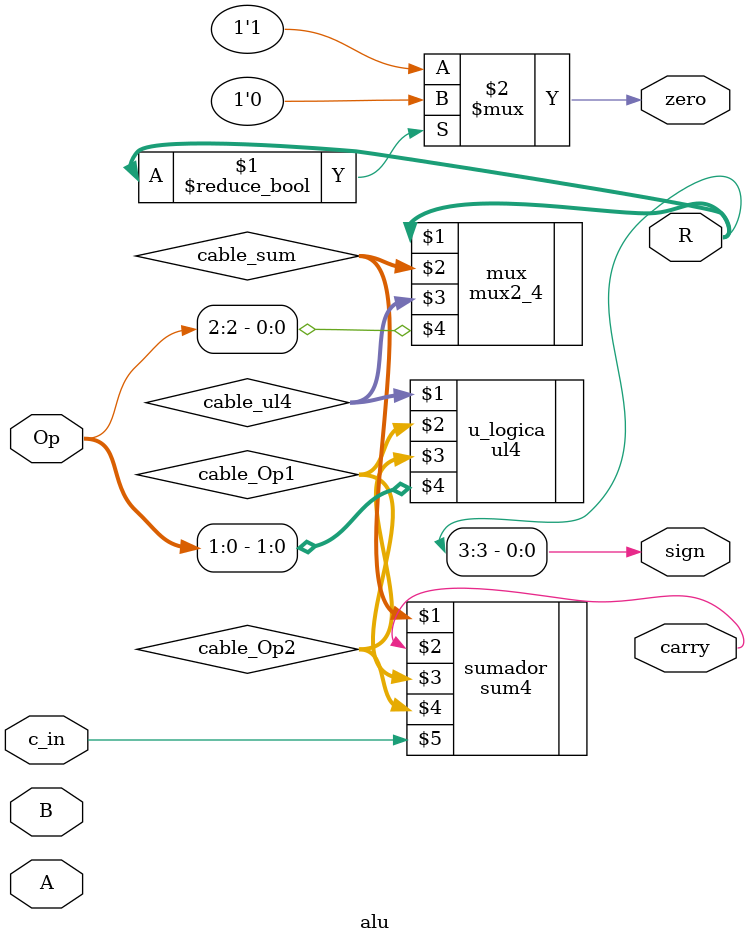
<source format=v>
module alu(output wire [3:0] R, output wire zero, carry, sign, input wire [3:0] A, B, input wire c_in, input wire [2:0] Op);

  wire [3:0] cable_Op1, cable_Op2, cable_sum, cable_ul4;

  sum4 sumador(cable_sum, carry, cable_Op1, cable_Op2, c_in);
  ul4 u_logica(cable_ul4, cable_Op1, cable_Op2, Op[1:0]);
  mux2_4 mux(R, cable_sum, cable_ul4, Op[2]);

  assign zero = R ? 1'b0 : 1'b1;
  assign sign = R[3];

endmodule
</source>
